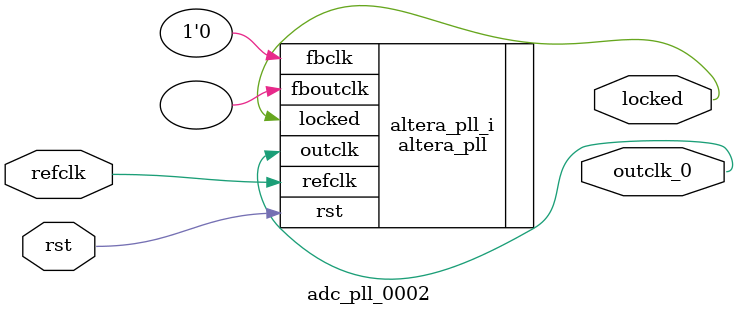
<source format=v>
`timescale 1ns/10ps
module  adc_pll_0002(

	// interface 'refclk'
	input wire refclk,

	// interface 'reset'
	input wire rst,

	// interface 'outclk0'
	output wire outclk_0,

	// interface 'locked'
	output wire locked
);

	altera_pll #(
		.fractional_vco_multiplier("false"),
		.reference_clock_frequency("50.0 MHz"),
		.operation_mode("direct"),
		.number_of_clocks(1),
		.output_clock_frequency0("65.000000 MHz"),
		.phase_shift0("0 ps"),
		.duty_cycle0(50),
		.output_clock_frequency1("0 MHz"),
		.phase_shift1("0 ps"),
		.duty_cycle1(50),
		.output_clock_frequency2("0 MHz"),
		.phase_shift2("0 ps"),
		.duty_cycle2(50),
		.output_clock_frequency3("0 MHz"),
		.phase_shift3("0 ps"),
		.duty_cycle3(50),
		.output_clock_frequency4("0 MHz"),
		.phase_shift4("0 ps"),
		.duty_cycle4(50),
		.output_clock_frequency5("0 MHz"),
		.phase_shift5("0 ps"),
		.duty_cycle5(50),
		.output_clock_frequency6("0 MHz"),
		.phase_shift6("0 ps"),
		.duty_cycle6(50),
		.output_clock_frequency7("0 MHz"),
		.phase_shift7("0 ps"),
		.duty_cycle7(50),
		.output_clock_frequency8("0 MHz"),
		.phase_shift8("0 ps"),
		.duty_cycle8(50),
		.output_clock_frequency9("0 MHz"),
		.phase_shift9("0 ps"),
		.duty_cycle9(50),
		.output_clock_frequency10("0 MHz"),
		.phase_shift10("0 ps"),
		.duty_cycle10(50),
		.output_clock_frequency11("0 MHz"),
		.phase_shift11("0 ps"),
		.duty_cycle11(50),
		.output_clock_frequency12("0 MHz"),
		.phase_shift12("0 ps"),
		.duty_cycle12(50),
		.output_clock_frequency13("0 MHz"),
		.phase_shift13("0 ps"),
		.duty_cycle13(50),
		.output_clock_frequency14("0 MHz"),
		.phase_shift14("0 ps"),
		.duty_cycle14(50),
		.output_clock_frequency15("0 MHz"),
		.phase_shift15("0 ps"),
		.duty_cycle15(50),
		.output_clock_frequency16("0 MHz"),
		.phase_shift16("0 ps"),
		.duty_cycle16(50),
		.output_clock_frequency17("0 MHz"),
		.phase_shift17("0 ps"),
		.duty_cycle17(50),
		.pll_type("General"),
		.pll_subtype("General")
	) altera_pll_i (
		.rst	(rst),
		.outclk	({outclk_0}),
		.locked	(locked),
		.fboutclk	( ),
		.fbclk	(1'b0),
		.refclk	(refclk)
	);
endmodule


</source>
